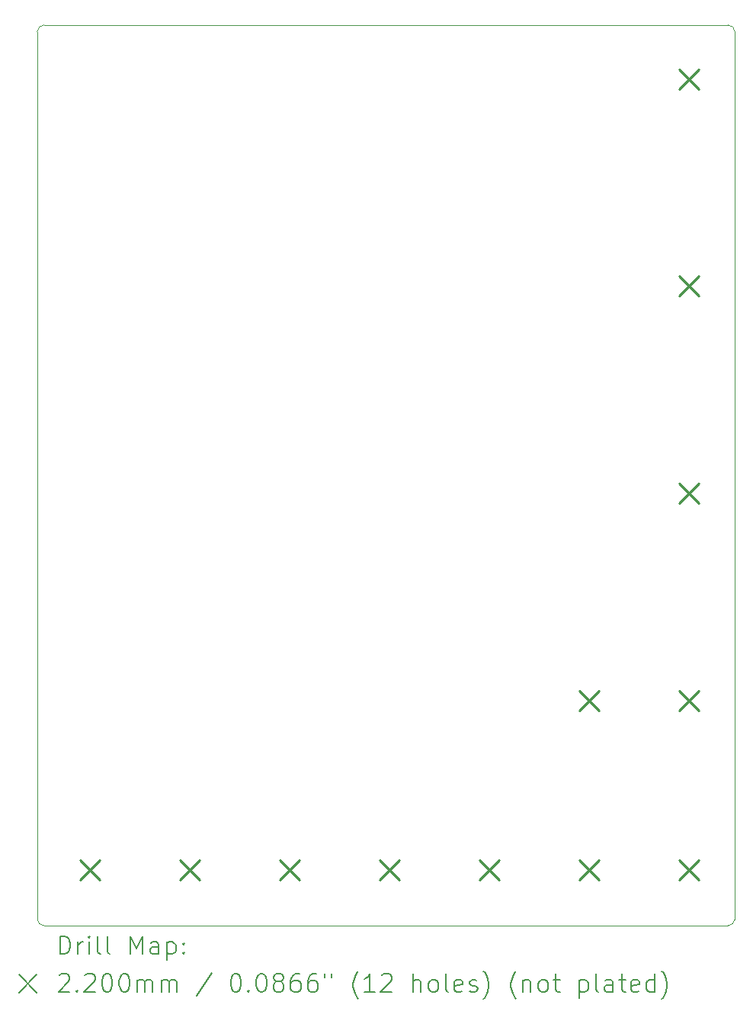
<source format=gbr>
%TF.GenerationSoftware,KiCad,Pcbnew,(6.0.7-1)-1*%
%TF.CreationDate,2022-10-07T09:47:14+07:00*%
%TF.ProjectId,benjolin_1.6,62656e6a-6f6c-4696-9e5f-312e362e6b69,rev?*%
%TF.SameCoordinates,Original*%
%TF.FileFunction,Drillmap*%
%TF.FilePolarity,Positive*%
%FSLAX45Y45*%
G04 Gerber Fmt 4.5, Leading zero omitted, Abs format (unit mm)*
G04 Created by KiCad (PCBNEW (6.0.7-1)-1) date 2022-10-07 09:47:14*
%MOMM*%
%LPD*%
G01*
G04 APERTURE LIST*
%ADD10C,0.100000*%
%ADD11C,0.200000*%
%ADD12C,0.220000*%
G04 APERTURE END LIST*
D10*
X25545061Y-3289968D02*
X25545000Y-13144000D01*
X25470061Y-3214968D02*
X17870000Y-3214968D01*
X17870000Y-13215700D02*
X25469920Y-13215700D01*
X25469921Y-13215749D02*
G75*
G03*
X25545000Y-13144000I-813J76007D01*
G01*
X17795000Y-3289968D02*
X17795000Y-13140700D01*
X17795000Y-13140700D02*
G75*
G03*
X17870000Y-13215700I75000J0D01*
G01*
X17870000Y-3214970D02*
G75*
G03*
X17795000Y-3289968I0J-75000D01*
G01*
X25545061Y-3289968D02*
G75*
G03*
X25470061Y-3214968I-75002J-2D01*
G01*
D11*
D12*
X18266310Y-12489000D02*
X18486310Y-12709000D01*
X18486310Y-12489000D02*
X18266310Y-12709000D01*
X19375443Y-12490300D02*
X19595443Y-12710300D01*
X19595443Y-12490300D02*
X19375443Y-12710300D01*
X20484577Y-12490300D02*
X20704577Y-12710300D01*
X20704577Y-12490300D02*
X20484577Y-12710300D01*
X21593710Y-12490300D02*
X21813710Y-12710300D01*
X21813710Y-12490300D02*
X21593710Y-12710300D01*
X22702843Y-12490300D02*
X22922843Y-12710300D01*
X22922843Y-12490300D02*
X22702843Y-12710300D01*
X23811976Y-10607170D02*
X24031976Y-10827170D01*
X24031976Y-10607170D02*
X23811976Y-10827170D01*
X23811976Y-12490300D02*
X24031976Y-12710300D01*
X24031976Y-12490300D02*
X23811976Y-12710300D01*
X24921148Y-3706406D02*
X25141148Y-3926406D01*
X25141148Y-3706406D02*
X24921148Y-3926406D01*
X24921148Y-6005680D02*
X25141148Y-6225680D01*
X25141148Y-6005680D02*
X24921148Y-6225680D01*
X24921148Y-8306920D02*
X25141148Y-8526920D01*
X25141148Y-8306920D02*
X24921148Y-8526920D01*
X24921148Y-10607170D02*
X25141148Y-10827170D01*
X25141148Y-10607170D02*
X24921148Y-10827170D01*
X24921148Y-12490300D02*
X25141148Y-12710300D01*
X25141148Y-12490300D02*
X24921148Y-12710300D01*
D11*
X18047619Y-13531176D02*
X18047619Y-13331176D01*
X18095238Y-13331176D01*
X18123810Y-13340700D01*
X18142857Y-13359748D01*
X18152381Y-13378795D01*
X18161905Y-13416890D01*
X18161905Y-13445462D01*
X18152381Y-13483557D01*
X18142857Y-13502605D01*
X18123810Y-13521652D01*
X18095238Y-13531176D01*
X18047619Y-13531176D01*
X18247619Y-13531176D02*
X18247619Y-13397843D01*
X18247619Y-13435938D02*
X18257143Y-13416890D01*
X18266667Y-13407367D01*
X18285714Y-13397843D01*
X18304762Y-13397843D01*
X18371429Y-13531176D02*
X18371429Y-13397843D01*
X18371429Y-13331176D02*
X18361905Y-13340700D01*
X18371429Y-13350224D01*
X18380952Y-13340700D01*
X18371429Y-13331176D01*
X18371429Y-13350224D01*
X18495238Y-13531176D02*
X18476190Y-13521652D01*
X18466667Y-13502605D01*
X18466667Y-13331176D01*
X18600000Y-13531176D02*
X18580952Y-13521652D01*
X18571429Y-13502605D01*
X18571429Y-13331176D01*
X18828571Y-13531176D02*
X18828571Y-13331176D01*
X18895238Y-13474033D01*
X18961905Y-13331176D01*
X18961905Y-13531176D01*
X19142857Y-13531176D02*
X19142857Y-13426414D01*
X19133333Y-13407367D01*
X19114286Y-13397843D01*
X19076190Y-13397843D01*
X19057143Y-13407367D01*
X19142857Y-13521652D02*
X19123810Y-13531176D01*
X19076190Y-13531176D01*
X19057143Y-13521652D01*
X19047619Y-13502605D01*
X19047619Y-13483557D01*
X19057143Y-13464509D01*
X19076190Y-13454986D01*
X19123810Y-13454986D01*
X19142857Y-13445462D01*
X19238095Y-13397843D02*
X19238095Y-13597843D01*
X19238095Y-13407367D02*
X19257143Y-13397843D01*
X19295238Y-13397843D01*
X19314286Y-13407367D01*
X19323810Y-13416890D01*
X19333333Y-13435938D01*
X19333333Y-13493081D01*
X19323810Y-13512128D01*
X19314286Y-13521652D01*
X19295238Y-13531176D01*
X19257143Y-13531176D01*
X19238095Y-13521652D01*
X19419048Y-13512128D02*
X19428571Y-13521652D01*
X19419048Y-13531176D01*
X19409524Y-13521652D01*
X19419048Y-13512128D01*
X19419048Y-13531176D01*
X19419048Y-13407367D02*
X19428571Y-13416890D01*
X19419048Y-13426414D01*
X19409524Y-13416890D01*
X19419048Y-13407367D01*
X19419048Y-13426414D01*
X17590000Y-13760700D02*
X17790000Y-13960700D01*
X17790000Y-13760700D02*
X17590000Y-13960700D01*
X18038095Y-13770224D02*
X18047619Y-13760700D01*
X18066667Y-13751176D01*
X18114286Y-13751176D01*
X18133333Y-13760700D01*
X18142857Y-13770224D01*
X18152381Y-13789271D01*
X18152381Y-13808319D01*
X18142857Y-13836890D01*
X18028571Y-13951176D01*
X18152381Y-13951176D01*
X18238095Y-13932128D02*
X18247619Y-13941652D01*
X18238095Y-13951176D01*
X18228571Y-13941652D01*
X18238095Y-13932128D01*
X18238095Y-13951176D01*
X18323810Y-13770224D02*
X18333333Y-13760700D01*
X18352381Y-13751176D01*
X18400000Y-13751176D01*
X18419048Y-13760700D01*
X18428571Y-13770224D01*
X18438095Y-13789271D01*
X18438095Y-13808319D01*
X18428571Y-13836890D01*
X18314286Y-13951176D01*
X18438095Y-13951176D01*
X18561905Y-13751176D02*
X18580952Y-13751176D01*
X18600000Y-13760700D01*
X18609524Y-13770224D01*
X18619048Y-13789271D01*
X18628571Y-13827367D01*
X18628571Y-13874986D01*
X18619048Y-13913081D01*
X18609524Y-13932128D01*
X18600000Y-13941652D01*
X18580952Y-13951176D01*
X18561905Y-13951176D01*
X18542857Y-13941652D01*
X18533333Y-13932128D01*
X18523810Y-13913081D01*
X18514286Y-13874986D01*
X18514286Y-13827367D01*
X18523810Y-13789271D01*
X18533333Y-13770224D01*
X18542857Y-13760700D01*
X18561905Y-13751176D01*
X18752381Y-13751176D02*
X18771429Y-13751176D01*
X18790476Y-13760700D01*
X18800000Y-13770224D01*
X18809524Y-13789271D01*
X18819048Y-13827367D01*
X18819048Y-13874986D01*
X18809524Y-13913081D01*
X18800000Y-13932128D01*
X18790476Y-13941652D01*
X18771429Y-13951176D01*
X18752381Y-13951176D01*
X18733333Y-13941652D01*
X18723810Y-13932128D01*
X18714286Y-13913081D01*
X18704762Y-13874986D01*
X18704762Y-13827367D01*
X18714286Y-13789271D01*
X18723810Y-13770224D01*
X18733333Y-13760700D01*
X18752381Y-13751176D01*
X18904762Y-13951176D02*
X18904762Y-13817843D01*
X18904762Y-13836890D02*
X18914286Y-13827367D01*
X18933333Y-13817843D01*
X18961905Y-13817843D01*
X18980952Y-13827367D01*
X18990476Y-13846414D01*
X18990476Y-13951176D01*
X18990476Y-13846414D02*
X19000000Y-13827367D01*
X19019048Y-13817843D01*
X19047619Y-13817843D01*
X19066667Y-13827367D01*
X19076190Y-13846414D01*
X19076190Y-13951176D01*
X19171429Y-13951176D02*
X19171429Y-13817843D01*
X19171429Y-13836890D02*
X19180952Y-13827367D01*
X19200000Y-13817843D01*
X19228571Y-13817843D01*
X19247619Y-13827367D01*
X19257143Y-13846414D01*
X19257143Y-13951176D01*
X19257143Y-13846414D02*
X19266667Y-13827367D01*
X19285714Y-13817843D01*
X19314286Y-13817843D01*
X19333333Y-13827367D01*
X19342857Y-13846414D01*
X19342857Y-13951176D01*
X19733333Y-13741652D02*
X19561905Y-13998795D01*
X19990476Y-13751176D02*
X20009524Y-13751176D01*
X20028571Y-13760700D01*
X20038095Y-13770224D01*
X20047619Y-13789271D01*
X20057143Y-13827367D01*
X20057143Y-13874986D01*
X20047619Y-13913081D01*
X20038095Y-13932128D01*
X20028571Y-13941652D01*
X20009524Y-13951176D01*
X19990476Y-13951176D01*
X19971429Y-13941652D01*
X19961905Y-13932128D01*
X19952381Y-13913081D01*
X19942857Y-13874986D01*
X19942857Y-13827367D01*
X19952381Y-13789271D01*
X19961905Y-13770224D01*
X19971429Y-13760700D01*
X19990476Y-13751176D01*
X20142857Y-13932128D02*
X20152381Y-13941652D01*
X20142857Y-13951176D01*
X20133333Y-13941652D01*
X20142857Y-13932128D01*
X20142857Y-13951176D01*
X20276190Y-13751176D02*
X20295238Y-13751176D01*
X20314286Y-13760700D01*
X20323810Y-13770224D01*
X20333333Y-13789271D01*
X20342857Y-13827367D01*
X20342857Y-13874986D01*
X20333333Y-13913081D01*
X20323810Y-13932128D01*
X20314286Y-13941652D01*
X20295238Y-13951176D01*
X20276190Y-13951176D01*
X20257143Y-13941652D01*
X20247619Y-13932128D01*
X20238095Y-13913081D01*
X20228571Y-13874986D01*
X20228571Y-13827367D01*
X20238095Y-13789271D01*
X20247619Y-13770224D01*
X20257143Y-13760700D01*
X20276190Y-13751176D01*
X20457143Y-13836890D02*
X20438095Y-13827367D01*
X20428571Y-13817843D01*
X20419048Y-13798795D01*
X20419048Y-13789271D01*
X20428571Y-13770224D01*
X20438095Y-13760700D01*
X20457143Y-13751176D01*
X20495238Y-13751176D01*
X20514286Y-13760700D01*
X20523810Y-13770224D01*
X20533333Y-13789271D01*
X20533333Y-13798795D01*
X20523810Y-13817843D01*
X20514286Y-13827367D01*
X20495238Y-13836890D01*
X20457143Y-13836890D01*
X20438095Y-13846414D01*
X20428571Y-13855938D01*
X20419048Y-13874986D01*
X20419048Y-13913081D01*
X20428571Y-13932128D01*
X20438095Y-13941652D01*
X20457143Y-13951176D01*
X20495238Y-13951176D01*
X20514286Y-13941652D01*
X20523810Y-13932128D01*
X20533333Y-13913081D01*
X20533333Y-13874986D01*
X20523810Y-13855938D01*
X20514286Y-13846414D01*
X20495238Y-13836890D01*
X20704762Y-13751176D02*
X20666667Y-13751176D01*
X20647619Y-13760700D01*
X20638095Y-13770224D01*
X20619048Y-13798795D01*
X20609524Y-13836890D01*
X20609524Y-13913081D01*
X20619048Y-13932128D01*
X20628571Y-13941652D01*
X20647619Y-13951176D01*
X20685714Y-13951176D01*
X20704762Y-13941652D01*
X20714286Y-13932128D01*
X20723810Y-13913081D01*
X20723810Y-13865462D01*
X20714286Y-13846414D01*
X20704762Y-13836890D01*
X20685714Y-13827367D01*
X20647619Y-13827367D01*
X20628571Y-13836890D01*
X20619048Y-13846414D01*
X20609524Y-13865462D01*
X20895238Y-13751176D02*
X20857143Y-13751176D01*
X20838095Y-13760700D01*
X20828571Y-13770224D01*
X20809524Y-13798795D01*
X20800000Y-13836890D01*
X20800000Y-13913081D01*
X20809524Y-13932128D01*
X20819048Y-13941652D01*
X20838095Y-13951176D01*
X20876190Y-13951176D01*
X20895238Y-13941652D01*
X20904762Y-13932128D01*
X20914286Y-13913081D01*
X20914286Y-13865462D01*
X20904762Y-13846414D01*
X20895238Y-13836890D01*
X20876190Y-13827367D01*
X20838095Y-13827367D01*
X20819048Y-13836890D01*
X20809524Y-13846414D01*
X20800000Y-13865462D01*
X20990476Y-13751176D02*
X20990476Y-13789271D01*
X21066667Y-13751176D02*
X21066667Y-13789271D01*
X21361905Y-14027367D02*
X21352381Y-14017843D01*
X21333333Y-13989271D01*
X21323810Y-13970224D01*
X21314286Y-13941652D01*
X21304762Y-13894033D01*
X21304762Y-13855938D01*
X21314286Y-13808319D01*
X21323810Y-13779748D01*
X21333333Y-13760700D01*
X21352381Y-13732128D01*
X21361905Y-13722605D01*
X21542857Y-13951176D02*
X21428571Y-13951176D01*
X21485714Y-13951176D02*
X21485714Y-13751176D01*
X21466667Y-13779748D01*
X21447619Y-13798795D01*
X21428571Y-13808319D01*
X21619048Y-13770224D02*
X21628571Y-13760700D01*
X21647619Y-13751176D01*
X21695238Y-13751176D01*
X21714286Y-13760700D01*
X21723810Y-13770224D01*
X21733333Y-13789271D01*
X21733333Y-13808319D01*
X21723810Y-13836890D01*
X21609524Y-13951176D01*
X21733333Y-13951176D01*
X21971429Y-13951176D02*
X21971429Y-13751176D01*
X22057143Y-13951176D02*
X22057143Y-13846414D01*
X22047619Y-13827367D01*
X22028571Y-13817843D01*
X22000000Y-13817843D01*
X21980952Y-13827367D01*
X21971429Y-13836890D01*
X22180952Y-13951176D02*
X22161905Y-13941652D01*
X22152381Y-13932128D01*
X22142857Y-13913081D01*
X22142857Y-13855938D01*
X22152381Y-13836890D01*
X22161905Y-13827367D01*
X22180952Y-13817843D01*
X22209524Y-13817843D01*
X22228571Y-13827367D01*
X22238095Y-13836890D01*
X22247619Y-13855938D01*
X22247619Y-13913081D01*
X22238095Y-13932128D01*
X22228571Y-13941652D01*
X22209524Y-13951176D01*
X22180952Y-13951176D01*
X22361905Y-13951176D02*
X22342857Y-13941652D01*
X22333333Y-13922605D01*
X22333333Y-13751176D01*
X22514286Y-13941652D02*
X22495238Y-13951176D01*
X22457143Y-13951176D01*
X22438095Y-13941652D01*
X22428571Y-13922605D01*
X22428571Y-13846414D01*
X22438095Y-13827367D01*
X22457143Y-13817843D01*
X22495238Y-13817843D01*
X22514286Y-13827367D01*
X22523809Y-13846414D01*
X22523809Y-13865462D01*
X22428571Y-13884509D01*
X22600000Y-13941652D02*
X22619048Y-13951176D01*
X22657143Y-13951176D01*
X22676190Y-13941652D01*
X22685714Y-13922605D01*
X22685714Y-13913081D01*
X22676190Y-13894033D01*
X22657143Y-13884509D01*
X22628571Y-13884509D01*
X22609524Y-13874986D01*
X22600000Y-13855938D01*
X22600000Y-13846414D01*
X22609524Y-13827367D01*
X22628571Y-13817843D01*
X22657143Y-13817843D01*
X22676190Y-13827367D01*
X22752381Y-14027367D02*
X22761905Y-14017843D01*
X22780952Y-13989271D01*
X22790476Y-13970224D01*
X22800000Y-13941652D01*
X22809524Y-13894033D01*
X22809524Y-13855938D01*
X22800000Y-13808319D01*
X22790476Y-13779748D01*
X22780952Y-13760700D01*
X22761905Y-13732128D01*
X22752381Y-13722605D01*
X23114286Y-14027367D02*
X23104762Y-14017843D01*
X23085714Y-13989271D01*
X23076190Y-13970224D01*
X23066667Y-13941652D01*
X23057143Y-13894033D01*
X23057143Y-13855938D01*
X23066667Y-13808319D01*
X23076190Y-13779748D01*
X23085714Y-13760700D01*
X23104762Y-13732128D01*
X23114286Y-13722605D01*
X23190476Y-13817843D02*
X23190476Y-13951176D01*
X23190476Y-13836890D02*
X23200000Y-13827367D01*
X23219048Y-13817843D01*
X23247619Y-13817843D01*
X23266667Y-13827367D01*
X23276190Y-13846414D01*
X23276190Y-13951176D01*
X23400000Y-13951176D02*
X23380952Y-13941652D01*
X23371428Y-13932128D01*
X23361905Y-13913081D01*
X23361905Y-13855938D01*
X23371428Y-13836890D01*
X23380952Y-13827367D01*
X23400000Y-13817843D01*
X23428571Y-13817843D01*
X23447619Y-13827367D01*
X23457143Y-13836890D01*
X23466667Y-13855938D01*
X23466667Y-13913081D01*
X23457143Y-13932128D01*
X23447619Y-13941652D01*
X23428571Y-13951176D01*
X23400000Y-13951176D01*
X23523809Y-13817843D02*
X23600000Y-13817843D01*
X23552381Y-13751176D02*
X23552381Y-13922605D01*
X23561905Y-13941652D01*
X23580952Y-13951176D01*
X23600000Y-13951176D01*
X23819048Y-13817843D02*
X23819048Y-14017843D01*
X23819048Y-13827367D02*
X23838095Y-13817843D01*
X23876190Y-13817843D01*
X23895238Y-13827367D01*
X23904762Y-13836890D01*
X23914286Y-13855938D01*
X23914286Y-13913081D01*
X23904762Y-13932128D01*
X23895238Y-13941652D01*
X23876190Y-13951176D01*
X23838095Y-13951176D01*
X23819048Y-13941652D01*
X24028571Y-13951176D02*
X24009524Y-13941652D01*
X24000000Y-13922605D01*
X24000000Y-13751176D01*
X24190476Y-13951176D02*
X24190476Y-13846414D01*
X24180952Y-13827367D01*
X24161905Y-13817843D01*
X24123809Y-13817843D01*
X24104762Y-13827367D01*
X24190476Y-13941652D02*
X24171428Y-13951176D01*
X24123809Y-13951176D01*
X24104762Y-13941652D01*
X24095238Y-13922605D01*
X24095238Y-13903557D01*
X24104762Y-13884509D01*
X24123809Y-13874986D01*
X24171428Y-13874986D01*
X24190476Y-13865462D01*
X24257143Y-13817843D02*
X24333333Y-13817843D01*
X24285714Y-13751176D02*
X24285714Y-13922605D01*
X24295238Y-13941652D01*
X24314286Y-13951176D01*
X24333333Y-13951176D01*
X24476190Y-13941652D02*
X24457143Y-13951176D01*
X24419048Y-13951176D01*
X24400000Y-13941652D01*
X24390476Y-13922605D01*
X24390476Y-13846414D01*
X24400000Y-13827367D01*
X24419048Y-13817843D01*
X24457143Y-13817843D01*
X24476190Y-13827367D01*
X24485714Y-13846414D01*
X24485714Y-13865462D01*
X24390476Y-13884509D01*
X24657143Y-13951176D02*
X24657143Y-13751176D01*
X24657143Y-13941652D02*
X24638095Y-13951176D01*
X24600000Y-13951176D01*
X24580952Y-13941652D01*
X24571428Y-13932128D01*
X24561905Y-13913081D01*
X24561905Y-13855938D01*
X24571428Y-13836890D01*
X24580952Y-13827367D01*
X24600000Y-13817843D01*
X24638095Y-13817843D01*
X24657143Y-13827367D01*
X24733333Y-14027367D02*
X24742857Y-14017843D01*
X24761905Y-13989271D01*
X24771428Y-13970224D01*
X24780952Y-13941652D01*
X24790476Y-13894033D01*
X24790476Y-13855938D01*
X24780952Y-13808319D01*
X24771428Y-13779748D01*
X24761905Y-13760700D01*
X24742857Y-13732128D01*
X24733333Y-13722605D01*
M02*

</source>
